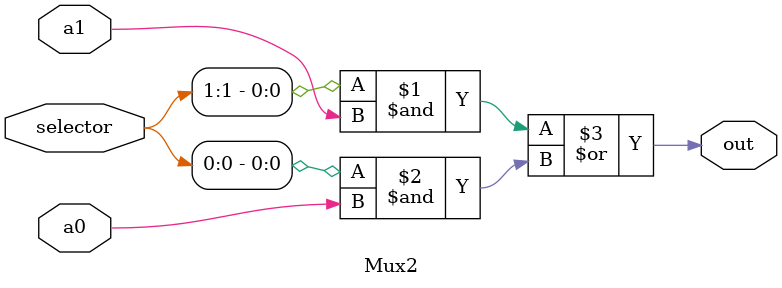
<source format=v>
module Mux2 #(parameter BUS_WIDTH = 1) (a1, a0, selector, out);
	input [BUS_WIDTH-1:0] a1, a0;  // inputs
	input [1:0] selector; // one-hot select
	output[BUS_WIDTH-1:0] out;

	assign out = ({BUS_WIDTH{selector[1]}} & a1) |
                 ({BUS_WIDTH{selector[0]}} & a0) ;
endmodule

</source>
